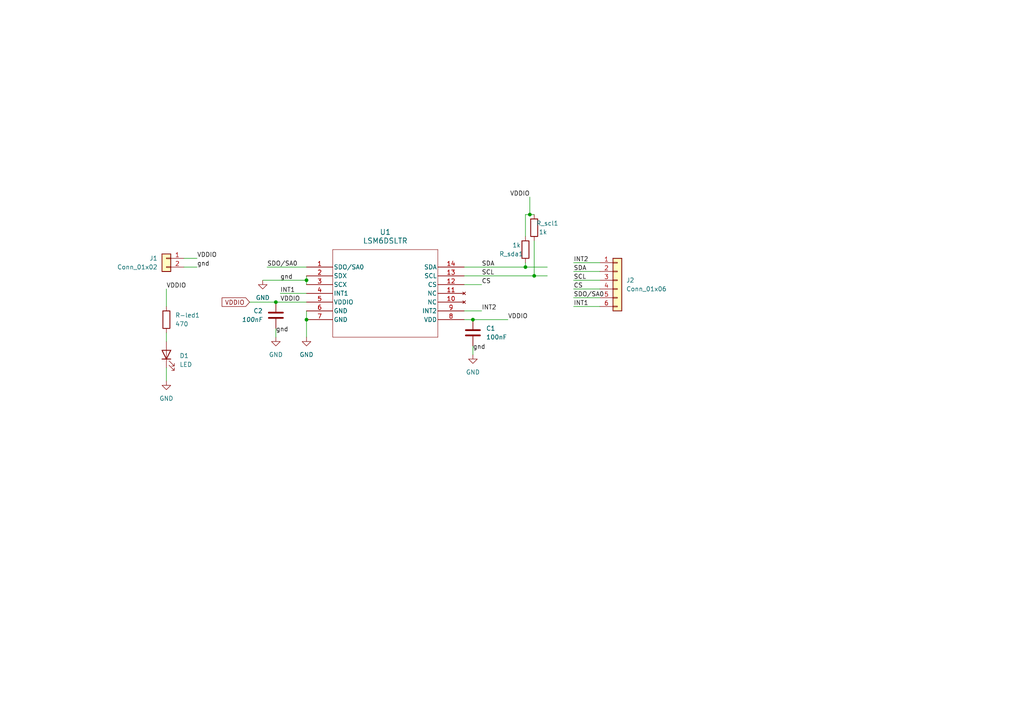
<source format=kicad_sch>
(kicad_sch (version 20230121) (generator eeschema)
  (paper "A4")
  (lib_symbols
    (symbol "Connector_Generic:Conn_01x02" (pin_names (offset 1.016) hide)
      (property "Reference" "J" (at 0 2.54 0))
      (property "Value" "Conn_01x02" (at 0 -5.08 0))
      (symbol "Conn_01x02_1_1"
        (rectangle (start -1.27 -2.413) (end 0 -2.667) (stroke (width 0.1524)))
        (rectangle (start -1.27 0.127) (end 0 -0.127) (stroke (width 0.1524)))
        (rectangle (start -1.27 1.27) (end 1.27 -3.81) (stroke (width 0.254)) (fill (type background)))
        (pin passive line (at -5.08 0 0) (length 3.81) (name "Pin_1") (number "1"))
        (pin passive line (at -5.08 -2.54 0) (length 3.81) (name "Pin_2") (number "2"))
      )
    )
    (symbol "Connector_Generic:Conn_01x06" (pin_names (offset 1.016) hide)
      (property "Reference" "J" (at 0 7.62 0))
      (property "Value" "Conn_01x06" (at 0 -10.16 0))
      (symbol "Conn_01x06_1_1"
        (rectangle (start -1.27 -7.493) (end 0 -7.747) (stroke (width 0.1524)))
        (rectangle (start -1.27 -4.953) (end 0 -5.207) (stroke (width 0.1524)))
        (rectangle (start -1.27 -2.413) (end 0 -2.667) (stroke (width 0.1524)))
        (rectangle (start -1.27 0.127) (end 0 -0.127) (stroke (width 0.1524)))
        (rectangle (start -1.27 2.667) (end 0 2.413) (stroke (width 0.1524)))
        (rectangle (start -1.27 5.207) (end 0 4.953) (stroke (width 0.1524)))
        (rectangle (start -1.27 6.35) (end 1.27 -8.89) (stroke (width 0.254)) (fill (type background)))
        (pin passive line (at -5.08 5.08 0) (length 3.81) (name "Pin_1") (number "1"))
        (pin passive line (at -5.08 2.54 0) (length 3.81) (name "Pin_2") (number "2"))
        (pin passive line (at -5.08 0 0) (length 3.81) (name "Pin_3") (number "3"))
        (pin passive line (at -5.08 -2.54 0) (length 3.81) (name "Pin_4") (number "4"))
        (pin passive line (at -5.08 -5.08 0) (length 3.81) (name "Pin_5") (number "5"))
        (pin passive line (at -5.08 -7.62 0) (length 3.81) (name "Pin_6") (number "6"))
      )
    )
    (symbol "Device:C" (pin_numbers hide) (pin_names (offset 0.254))
      (property "Reference" "C" (at 0.635 2.54 0))
      (property "Value" "C" (at 0.635 -2.54 0))
      (symbol "C_0_1"
        (polyline (pts (xy -2.032 -0.762) (xy 2.032 -0.762)) (stroke (width 0.508)))
        (polyline (pts (xy -2.032 0.762) (xy 2.032 0.762)) (stroke (width 0.508)))
      )
      (symbol "C_1_1"
        (pin passive line (at 0 3.81 270) (length 2.794) (name "~") (number "1"))
        (pin passive line (at 0 -3.81 90) (length 2.794) (name "~") (number "2"))
      )
    )
    (symbol "Device:LED" (pin_numbers hide) (pin_names (offset 1.016) hide)
      (property "Reference" "D" (at 0 2.54 0))
      (property "Value" "LED" (at 0 -2.54 0))
      (symbol "LED_0_1"
        (polyline (pts (xy -1.27 -1.27) (xy -1.27 1.27)) (stroke (width 0.254)))
        (polyline (pts (xy -1.27 0) (xy 1.27 0)))
        (polyline (pts (xy 1.27 -1.27) (xy 1.27 1.27) (xy -1.27 0) (xy 1.27 -1.27)) (stroke (width 0.254)))
        (polyline (pts (xy -3.048 -0.762) (xy -4.572 -2.286) (xy -3.81 -2.286) (xy -4.572 -2.286) (xy -4.572 -1.524)))
        (polyline (pts (xy -1.778 -0.762) (xy -3.302 -2.286) (xy -2.54 -2.286) (xy -3.302 -2.286) (xy -3.302 -1.524)))
      )
      (symbol "LED_1_1"
        (pin passive line (at -3.81 0 0) (length 2.54) (name "K") (number "1"))
        (pin passive line (at 3.81 0 180) (length 2.54) (name "A") (number "2"))
      )
    )
    (symbol "Device:R" (pin_numbers hide) (pin_names (offset 0))
      (property "Reference" "R" (at 2.032 0 90))
      (property "Value" "R" (at 0 0 90))
      (symbol "R_0_1"
        (rectangle (start -1.016 -2.54) (end 1.016 2.54) (stroke (width 0.254)))
      )
      (symbol "R_1_1"
        (pin passive line (at 0 3.81 270) (length 1.27) (name "~") (number "1"))
        (pin passive line (at 0 -3.81 90) (length 1.27) (name "~") (number "2"))
      )
    )
    (symbol "imu:LSM6DSLTR" (pin_names (offset 0.254))
      (property "Reference" "U" (at 22.86 10.16 0))
      (property "Value" "LSM6DSLTR" (at 22.86 7.62 0))
      (symbol "LSM6DSLTR_0_1"
        (polyline (pts (xy 7.62 -20.32) (xy 38.1 -20.32)) (stroke (width 0.127)))
        (polyline (pts (xy 7.62 5.08) (xy 7.62 -20.32)) (stroke (width 0.127)))
        (polyline (pts (xy 38.1 -20.32) (xy 38.1 5.08)) (stroke (width 0.127)))
        (polyline (pts (xy 38.1 5.08) (xy 7.62 5.08)) (stroke (width 0.127)))
        (pin output line (at 0 0 0) (length 7.62) (name "SDO/SA0") (number "1"))
        (pin no_connect line (at 45.72 -10.16 180) (length 7.62) (name "NC") (number "10"))
        (pin no_connect line (at 45.72 -7.62 180) (length 7.62) (name "NC") (number "11"))
        (pin unspecified line (at 45.72 -5.08 180) (length 7.62) (name "CS") (number "12"))
        (pin unspecified line (at 45.72 -2.54 180) (length 7.62) (name "SCL") (number "13"))
        (pin bidirectional line (at 45.72 0 180) (length 7.62) (name "SDA") (number "14"))
        (pin unspecified line (at 0 -2.54 0) (length 7.62) (name "SDX") (number "2"))
        (pin unspecified line (at 0 -5.08 0) (length 7.62) (name "SCX") (number "3"))
        (pin unspecified line (at 0 -7.62 0) (length 7.62) (name "INT1") (number "4"))
        (pin power_in line (at 0 -10.16 0) (length 7.62) (name "VDDIO") (number "5"))
        (pin power_in line (at 0 -12.7 0) (length 7.62) (name "GND") (number "6"))
        (pin power_in line (at 0 -15.24 0) (length 7.62) (name "GND") (number "7"))
        (pin power_in line (at 45.72 -15.24 180) (length 7.62) (name "VDD") (number "8"))
        (pin unspecified line (at 45.72 -12.7 180) (length 7.62) (name "INT2") (number "9"))
      )
    )
    (symbol "power:GND" (power) (pin_names (offset 0))
      (property "Value" "GND" (at 0 -3.81 0))
      (symbol "GND_0_1"
        (polyline (pts (xy 0 0) (xy 0 -1.27) (xy 1.27 -1.27) (xy 0 -2.54) (xy -1.27 -1.27) (xy 0 -1.27)))
      )
      (symbol "GND_1_1"
        (pin power_in line (at 0 0 270) (length 0) hide (name "GND") (number "1"))
      )
    )
  )
  (junction (at 88.9 81.28))
  (junction (at 153.67 62.23))
  (junction (at 154.94 80.01))
  (junction (at 152.4 77.47))
  (junction (at 137.16 92.71))
  (junction (at 88.9 92.71))
  (junction (at 80.01 87.63))
  (wire (pts (xy 153.67 62.23) (xy 153.67 57.15)))
  (wire (pts (xy 166.37 86.36) (xy 173.99 86.36)))
  (wire (pts (xy 88.9 92.71) (xy 88.9 97.79)))
  (wire (pts (xy 134.62 90.17) (xy 139.7 90.17)))
  (wire (pts (xy 48.26 106.68) (xy 48.26 110.49)))
  (wire (pts (xy 152.4 62.23) (xy 152.4 68.58)))
  (wire (pts (xy 53.34 77.47) (xy 57.15 77.47)))
  (wire (pts (xy 152.4 76.2) (xy 152.4 77.47)))
  (wire (pts (xy 77.47 77.47) (xy 88.9 77.47)))
  (wire (pts (xy 80.01 87.63) (xy 88.9 87.63)))
  (wire (pts (xy 134.62 77.47) (xy 152.4 77.47)))
  (wire (pts (xy 72.39 87.63) (xy 80.01 87.63)))
  (wire (pts (xy 154.94 80.01) (xy 158.75 80.01)))
  (wire (pts (xy 88.9 90.17) (xy 88.9 92.71)))
  (wire (pts (xy 81.28 85.09) (xy 88.9 85.09)))
  (wire (pts (xy 166.37 76.2) (xy 173.99 76.2)))
  (wire (pts (xy 166.37 88.9) (xy 173.99 88.9)))
  (wire (pts (xy 80.01 95.25) (xy 80.01 97.79)))
  (wire (pts (xy 134.62 82.55) (xy 139.7 82.55)))
  (wire (pts (xy 154.94 62.23) (xy 153.67 62.23)))
  (wire (pts (xy 153.67 62.23) (xy 152.4 62.23)))
  (wire (pts (xy 134.62 92.71) (xy 137.16 92.71)))
  (wire (pts (xy 166.37 83.82) (xy 173.99 83.82)))
  (wire (pts (xy 53.34 74.93) (xy 57.15 74.93)))
  (wire (pts (xy 134.62 80.01) (xy 154.94 80.01)))
  (wire (pts (xy 137.16 100.33) (xy 137.16 102.87)))
  (wire (pts (xy 48.26 83.82) (xy 48.26 88.9)))
  (wire (pts (xy 48.26 96.52) (xy 48.26 99.06)))
  (wire (pts (xy 88.9 80.01) (xy 88.9 81.28)))
  (wire (pts (xy 88.9 81.28) (xy 88.9 82.55)))
  (wire (pts (xy 152.4 77.47) (xy 158.75 77.47)))
  (wire (pts (xy 76.2 81.28) (xy 88.9 81.28)))
  (wire (pts (xy 154.94 69.85) (xy 154.94 80.01)))
  (wire (pts (xy 166.37 78.74) (xy 173.99 78.74)))
  (wire (pts (xy 166.37 81.28) (xy 173.99 81.28)))
  (wire (pts (xy 137.16 92.71) (xy 147.32 92.71)))
  (label "gnd" (at 137.16 101.6 0))
  (label "INT1" (at 166.37 88.9 0))
  (label "INT2" (at 166.37 76.2 0))
  (label "CS" (at 166.37 83.82 0))
  (label "SDO{slash}SA0" (at 166.37 86.36 0))
  (label "VDDIO" (at 81.28 87.63 0))
  (label "SCL" (at 139.7 80.01 0))
  (label "SDA" (at 166.37 78.74 0))
  (label "SDA" (at 139.7 77.47 0))
  (label "SCL" (at 166.37 81.28 0))
  (label "VDDIO" (at 147.32 92.71 0))
  (label "gnd" (at 80.01 96.52 0))
  (label "VDDIO" (at 153.67 57.15 180))
  (label "gnd" (at 81.28 81.28 0))
  (label "CS" (at 139.7 82.55 0))
  (label "gnd" (at 57.15 77.47 0))
  (label "VDDIO" (at 57.15 74.93 0))
  (label "VDDIO" (at 48.26 83.82 0))
  (label "SDO{slash}SA0" (at 77.47 77.47 0))
  (label "INT1" (at 81.28 85.09 0))
  (label "INT2" (at 139.7 90.17 0))
  (global_label "VDDIO" (shape input) (at 72.39 87.63 180) (property "Intersheetrefs" "${INTERSHEET_REFS}" (effects hide)))
  (symbol (lib_id "Device:R") (at 154.94 66.04 0) (unit 1)
    (property "Reference" "R_scl1" (at 158.75 64.77 0))
    (property "Value" "1k" (at 157.48 67.31 0))
    (property "Footprint" "res_1k:1206_PAN" (effects hide))
  )
  (symbol (lib_id "power:GND") (at 137.16 102.87 0) (unit 1)
    (property "Reference" "#PWR01" (effects hide))
    (property "Value" "GND" (at 137.16 107.95 0))
  )
  (symbol (lib_id "power:GND") (at 76.2 81.28 0) (unit 1)
    (property "Reference" "#PWR04" (effects hide))
    (property "Value" "GND" (at 76.2 86.36 0))
  )
  (symbol (lib_id "power:GND") (at 48.26 110.49 0) (unit 1)
    (property "Reference" "#PWR05" (effects hide))
    (property "Value" "GND" (at 48.26 115.57 0))
  )
  (symbol (lib_id "imu:LSM6DSLTR") (at 88.9 77.47 0) (unit 1)
    (property "Reference" "U1" (at 111.76 67.31 0) (effects (font (size 1.524 1.524))))
    (property "Value" "LSM6DSLTR" (at 111.76 69.85 0) (effects (font (size 1.524 1.524))))
    (property "Footprint" "imu:QFN_6DSLTR_STM" (effects hide))
    (property "Datasheet" "LSM6DSLTR" (effects hide))
  )
  (symbol (lib_id "Connector_Generic:Conn_01x02") (at 48.26 74.93 0) (mirror y) (unit 1)
    (property "Reference" "J1" (at 45.72 74.93 0) (effects (justify left)))
    (property "Value" "Conn_01x02" (at 45.72 77.47 0) (effects (justify left)))
    (property "Footprint" "Connector_PinHeader_2.54mm:PinHeader_1x02_P2.54mm_Vertical" (effects hide))
  )
  (symbol (lib_id "Device:C") (at 137.16 96.52 0) (unit 1)
    (property "Reference" "C1" (at 140.97 95.25 0) (effects (justify left)))
    (property "Value" "100nF" (at 140.97 97.79 0) (effects (justify left)))
    (property "Footprint" "ceramic_cap:CAP_GRM155_MUR" (effects hide))
  )
  (symbol (lib_id "power:GND") (at 80.01 97.79 0) (unit 1)
    (property "Reference" "#PWR02" (effects hide))
    (property "Value" "GND" (at 80.01 102.87 0))
  )
  (symbol (lib_id "Device:R") (at 48.26 92.71 0) (unit 1)
    (property "Reference" "R-led1" (at 50.8 91.44 0) (effects (justify left)))
    (property "Value" "470" (at 50.8 93.98 0) (effects (justify left)))
    (property "Footprint" "Resistor_SMD:R_0603_1608Metric" (effects hide))
  )
  (symbol (lib_id "Device:C") (at 80.01 91.44 0) (mirror y) (unit 1)
    (property "Reference" "C2" (at 76.2 90.17 0) (effects (justify left)))
    (property "Value" "100nF" (at 76.2 92.71 0) (effects (font italic) (justify left)))
    (property "Footprint" "ceramic_cap:CAP_GRM155_MUR" (effects hide))
  )
  (symbol (lib_id "power:GND") (at 88.9 97.79 0) (unit 1)
    (property "Reference" "#PWR03" (effects hide))
    (property "Value" "GND" (at 88.9 102.87 0))
  )
  (symbol (lib_id "Device:R") (at 152.4 72.39 0) (unit 1)
    (property "Reference" "R_sda1" (at 144.78 73.66 0) (effects (justify left)))
    (property "Value" "1k" (at 148.59 71.12 0) (effects (justify left)))
    (property "Footprint" "res_1k:1206_PAN" (effects hide))
  )
  (symbol (lib_id "Device:LED") (at 48.26 102.87 90) (unit 1)
    (property "Reference" "D1" (at 52.07 103.1875 90) (effects (justify right)))
    (property "Value" "LED" (at 52.07 105.7275 90) (effects (justify right)))
    (property "Footprint" "LED_SMD:LED_0805_2012Metric" (effects hide))
  )
  (symbol (lib_id "Connector_Generic:Conn_01x06") (at 179.07 81.28 0) (unit 1)
    (property "Reference" "J2" (at 181.61 81.28 0) (effects (justify left)))
    (property "Value" "Conn_01x06" (at 181.61 83.82 0) (effects (justify left)))
    (property "Footprint" "Connector_PinHeader_2.54mm:PinHeader_1x06_P2.54mm_Vertical" (effects hide))
  )
)
</source>
